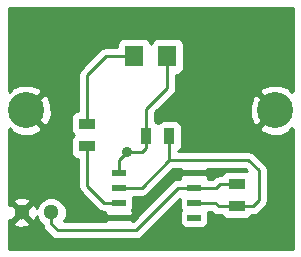
<source format=gtl>
G04 (created by PCBNEW (2013-07-07 BZR 4022)-stable) date 2/02/2014 9:55:01 p.m.*
%MOIN*%
G04 Gerber Fmt 3.4, Leading zero omitted, Abs format*
%FSLAX34Y34*%
G01*
G70*
G90*
G04 APERTURE LIST*
%ADD10C,0.00590551*%
%ADD11R,0.045X0.02*%
%ADD12R,0.0629X0.0709*%
%ADD13C,0.0511811*%
%ADD14C,0.12*%
%ADD15R,0.035X0.055*%
%ADD16R,0.055X0.035*%
%ADD17C,0.035*%
%ADD18C,0.01*%
G04 APERTURE END LIST*
G54D10*
G54D11*
X62549Y-40273D03*
X62549Y-40773D03*
X62549Y-41273D03*
X62549Y-41773D03*
X60049Y-41773D03*
X60049Y-41273D03*
X60049Y-40773D03*
X60049Y-40273D03*
G54D12*
X60541Y-36400D03*
X61659Y-36400D03*
G54D13*
X56807Y-41600D03*
X57792Y-41600D03*
G54D14*
X65257Y-38188D03*
X56947Y-38188D03*
G54D15*
X61713Y-39055D03*
X60963Y-39055D03*
G54D16*
X63976Y-40648D03*
X63976Y-41398D03*
X58976Y-39390D03*
X58976Y-38640D03*
G54D17*
X60300Y-39600D03*
G54D18*
X62549Y-40773D02*
X62026Y-40773D01*
X57792Y-41992D02*
X57792Y-41600D01*
X58000Y-42200D02*
X57792Y-41992D01*
X60600Y-42200D02*
X58000Y-42200D01*
X62026Y-40773D02*
X60600Y-42200D01*
X63976Y-40648D02*
X63406Y-40648D01*
X63281Y-40773D02*
X62549Y-40773D01*
X63406Y-40648D02*
X63281Y-40773D01*
X63976Y-41398D02*
X64501Y-41398D01*
X64361Y-39861D02*
X61713Y-39861D01*
X64700Y-40200D02*
X64361Y-39861D01*
X64700Y-41200D02*
X64700Y-40200D01*
X64501Y-41398D02*
X64700Y-41200D01*
X61713Y-39055D02*
X61713Y-39861D01*
X61713Y-39861D02*
X60801Y-40773D01*
X60700Y-40773D02*
X60049Y-40773D01*
X60801Y-40773D02*
X60700Y-40773D01*
X63976Y-41398D02*
X63367Y-41398D01*
X63242Y-41273D02*
X62549Y-41273D01*
X63367Y-41398D02*
X63242Y-41273D01*
X60963Y-39055D02*
X60963Y-39436D01*
X60049Y-39850D02*
X60049Y-40273D01*
X60049Y-39850D02*
X60300Y-39600D01*
X60800Y-39600D02*
X60300Y-39600D01*
X60963Y-39436D02*
X60800Y-39600D01*
X61659Y-36400D02*
X61659Y-37441D01*
X60963Y-38136D02*
X60963Y-39055D01*
X61659Y-37441D02*
X60963Y-38136D01*
X60049Y-41273D02*
X59541Y-41273D01*
X58976Y-40708D02*
X58976Y-39390D01*
X59541Y-41273D02*
X58976Y-40708D01*
X58976Y-38640D02*
X58976Y-37023D01*
X59600Y-36400D02*
X60541Y-36400D01*
X58976Y-37023D02*
X59600Y-36400D01*
G54D10*
G36*
X65830Y-42830D02*
X65789Y-42830D01*
X65000Y-42830D01*
X65000Y-41200D01*
X65000Y-40200D01*
X64999Y-40199D01*
X64977Y-40085D01*
X64912Y-39987D01*
X64912Y-39987D01*
X64573Y-39649D01*
X64476Y-39584D01*
X64361Y-39561D01*
X62013Y-39561D01*
X62013Y-39548D01*
X62030Y-39542D01*
X62100Y-39471D01*
X62138Y-39380D01*
X62138Y-39280D01*
X62138Y-38730D01*
X62100Y-38638D01*
X62030Y-38568D01*
X61938Y-38530D01*
X61839Y-38530D01*
X61489Y-38530D01*
X61397Y-38568D01*
X61338Y-38626D01*
X61280Y-38568D01*
X61263Y-38561D01*
X61263Y-38260D01*
X61871Y-37653D01*
X61871Y-37653D01*
X61936Y-37555D01*
X61958Y-37441D01*
X61959Y-37441D01*
X61959Y-37004D01*
X62023Y-37004D01*
X62114Y-36966D01*
X62185Y-36896D01*
X62223Y-36804D01*
X62223Y-36704D01*
X62223Y-35995D01*
X62185Y-35904D01*
X62115Y-35833D01*
X62023Y-35795D01*
X61923Y-35795D01*
X61294Y-35795D01*
X61203Y-35833D01*
X61132Y-35903D01*
X61099Y-35982D01*
X61067Y-35904D01*
X60997Y-35833D01*
X60905Y-35795D01*
X60805Y-35795D01*
X60176Y-35795D01*
X60085Y-35833D01*
X60014Y-35903D01*
X59976Y-35995D01*
X59976Y-36095D01*
X59976Y-36100D01*
X59600Y-36100D01*
X59485Y-36122D01*
X59387Y-36187D01*
X58764Y-36811D01*
X58699Y-36908D01*
X58676Y-37023D01*
X58676Y-38215D01*
X58651Y-38215D01*
X58559Y-38253D01*
X58489Y-38323D01*
X58451Y-38415D01*
X58451Y-38515D01*
X58451Y-38865D01*
X58489Y-38957D01*
X58547Y-39015D01*
X58489Y-39073D01*
X58451Y-39165D01*
X58451Y-39265D01*
X58451Y-39615D01*
X58489Y-39707D01*
X58559Y-39777D01*
X58651Y-39815D01*
X58676Y-39815D01*
X58676Y-40708D01*
X58699Y-40823D01*
X58764Y-40920D01*
X59329Y-41485D01*
X59329Y-41485D01*
X59426Y-41550D01*
X59541Y-41573D01*
X59595Y-41573D01*
X59574Y-41624D01*
X59574Y-41661D01*
X59636Y-41723D01*
X59999Y-41723D01*
X59999Y-41715D01*
X60099Y-41715D01*
X60099Y-41723D01*
X60461Y-41723D01*
X60524Y-41661D01*
X60524Y-41624D01*
X60486Y-41532D01*
X60477Y-41523D01*
X60486Y-41515D01*
X60524Y-41423D01*
X60524Y-41324D01*
X60524Y-41124D01*
X60503Y-41073D01*
X60700Y-41073D01*
X60801Y-41073D01*
X60801Y-41073D01*
X60915Y-41050D01*
X60915Y-41050D01*
X61013Y-40985D01*
X61837Y-40161D01*
X62074Y-40161D01*
X62136Y-40223D01*
X62499Y-40223D01*
X62499Y-40215D01*
X62599Y-40215D01*
X62599Y-40223D01*
X62961Y-40223D01*
X63024Y-40161D01*
X64236Y-40161D01*
X64299Y-40223D01*
X64201Y-40223D01*
X63651Y-40223D01*
X63559Y-40261D01*
X63489Y-40331D01*
X63482Y-40348D01*
X63406Y-40348D01*
X63291Y-40371D01*
X63194Y-40436D01*
X63157Y-40473D01*
X63003Y-40473D01*
X63024Y-40423D01*
X63024Y-40386D01*
X62961Y-40323D01*
X62599Y-40323D01*
X62599Y-40331D01*
X62499Y-40331D01*
X62499Y-40323D01*
X62136Y-40323D01*
X62074Y-40386D01*
X62074Y-40423D01*
X62095Y-40473D01*
X62026Y-40473D01*
X61911Y-40496D01*
X61814Y-40561D01*
X60506Y-41868D01*
X60461Y-41823D01*
X60099Y-41823D01*
X60099Y-41831D01*
X59999Y-41831D01*
X59999Y-41823D01*
X59636Y-41823D01*
X59574Y-41886D01*
X59574Y-41900D01*
X58207Y-41900D01*
X58220Y-41886D01*
X58297Y-41701D01*
X58298Y-41499D01*
X58221Y-41313D01*
X58079Y-41171D01*
X57893Y-41094D01*
X57800Y-41094D01*
X57800Y-38342D01*
X57794Y-38004D01*
X57676Y-37720D01*
X57550Y-37656D01*
X57479Y-37727D01*
X57018Y-38188D01*
X57550Y-38721D01*
X57676Y-38657D01*
X57800Y-38342D01*
X57800Y-41094D01*
X57691Y-41094D01*
X57505Y-41170D01*
X57479Y-41197D01*
X57363Y-41313D01*
X57302Y-41459D01*
X57252Y-41338D01*
X57161Y-41316D01*
X57091Y-41387D01*
X57091Y-41246D01*
X57069Y-41155D01*
X56879Y-41089D01*
X56678Y-41100D01*
X56546Y-41155D01*
X56524Y-41246D01*
X56807Y-41529D01*
X57091Y-41246D01*
X57091Y-41387D01*
X56878Y-41600D01*
X57161Y-41883D01*
X57252Y-41861D01*
X57298Y-41729D01*
X57362Y-41886D01*
X57497Y-42021D01*
X57514Y-42106D01*
X57579Y-42204D01*
X57787Y-42412D01*
X57787Y-42412D01*
X57885Y-42477D01*
X57999Y-42499D01*
X58000Y-42500D01*
X60600Y-42500D01*
X60600Y-42499D01*
X60714Y-42477D01*
X60714Y-42477D01*
X60812Y-42412D01*
X62074Y-41150D01*
X62074Y-41223D01*
X62074Y-41423D01*
X62112Y-41515D01*
X62120Y-41523D01*
X62112Y-41531D01*
X62074Y-41623D01*
X62074Y-41723D01*
X62074Y-41923D01*
X62112Y-42015D01*
X62182Y-42085D01*
X62274Y-42123D01*
X62373Y-42123D01*
X62823Y-42123D01*
X62915Y-42085D01*
X62986Y-42015D01*
X63024Y-41923D01*
X63024Y-41824D01*
X63024Y-41624D01*
X63003Y-41573D01*
X63117Y-41573D01*
X63154Y-41610D01*
X63154Y-41610D01*
X63252Y-41675D01*
X63367Y-41698D01*
X63367Y-41698D01*
X63482Y-41698D01*
X63489Y-41715D01*
X63559Y-41785D01*
X63651Y-41823D01*
X63750Y-41823D01*
X64300Y-41823D01*
X64392Y-41785D01*
X64463Y-41715D01*
X64470Y-41698D01*
X64501Y-41698D01*
X64501Y-41698D01*
X64616Y-41675D01*
X64616Y-41675D01*
X64713Y-41610D01*
X64912Y-41412D01*
X64912Y-41412D01*
X64977Y-41314D01*
X64999Y-41200D01*
X65000Y-41200D01*
X65000Y-42830D01*
X57091Y-42830D01*
X57091Y-41953D01*
X56807Y-41670D01*
X56524Y-41953D01*
X56546Y-42044D01*
X56736Y-42110D01*
X56937Y-42099D01*
X57069Y-42044D01*
X57091Y-41953D01*
X57091Y-42830D01*
X56369Y-42830D01*
X56369Y-41862D01*
X56453Y-41883D01*
X56737Y-41600D01*
X56453Y-41316D01*
X56369Y-41337D01*
X56369Y-38835D01*
X56370Y-38836D01*
X56415Y-38791D01*
X56479Y-38918D01*
X56794Y-39041D01*
X57132Y-39035D01*
X57415Y-38918D01*
X57479Y-38791D01*
X56947Y-38259D01*
X56941Y-38265D01*
X56871Y-38194D01*
X56876Y-38188D01*
X56871Y-38183D01*
X56941Y-38112D01*
X56947Y-38118D01*
X57479Y-37586D01*
X57415Y-37459D01*
X57100Y-37336D01*
X56762Y-37342D01*
X56479Y-37459D01*
X56415Y-37586D01*
X56370Y-37541D01*
X56369Y-37542D01*
X56369Y-34769D01*
X65830Y-34769D01*
X65830Y-37545D01*
X65789Y-37586D01*
X65725Y-37459D01*
X65410Y-37336D01*
X65072Y-37342D01*
X64789Y-37459D01*
X64725Y-37586D01*
X65257Y-38118D01*
X65262Y-38112D01*
X65333Y-38183D01*
X65328Y-38188D01*
X65333Y-38194D01*
X65262Y-38265D01*
X65257Y-38259D01*
X65186Y-38330D01*
X65186Y-38188D01*
X64654Y-37656D01*
X64528Y-37720D01*
X64404Y-38035D01*
X64410Y-38373D01*
X64528Y-38657D01*
X64654Y-38721D01*
X65186Y-38188D01*
X65186Y-38330D01*
X64725Y-38791D01*
X64789Y-38918D01*
X65104Y-39041D01*
X65442Y-39035D01*
X65725Y-38918D01*
X65789Y-38791D01*
X65789Y-38791D01*
X65830Y-38832D01*
X65830Y-42830D01*
X65830Y-42830D01*
G37*
G54D18*
X65830Y-42830D02*
X65789Y-42830D01*
X65000Y-42830D01*
X65000Y-41200D01*
X65000Y-40200D01*
X64999Y-40199D01*
X64977Y-40085D01*
X64912Y-39987D01*
X64912Y-39987D01*
X64573Y-39649D01*
X64476Y-39584D01*
X64361Y-39561D01*
X62013Y-39561D01*
X62013Y-39548D01*
X62030Y-39542D01*
X62100Y-39471D01*
X62138Y-39380D01*
X62138Y-39280D01*
X62138Y-38730D01*
X62100Y-38638D01*
X62030Y-38568D01*
X61938Y-38530D01*
X61839Y-38530D01*
X61489Y-38530D01*
X61397Y-38568D01*
X61338Y-38626D01*
X61280Y-38568D01*
X61263Y-38561D01*
X61263Y-38260D01*
X61871Y-37653D01*
X61871Y-37653D01*
X61936Y-37555D01*
X61958Y-37441D01*
X61959Y-37441D01*
X61959Y-37004D01*
X62023Y-37004D01*
X62114Y-36966D01*
X62185Y-36896D01*
X62223Y-36804D01*
X62223Y-36704D01*
X62223Y-35995D01*
X62185Y-35904D01*
X62115Y-35833D01*
X62023Y-35795D01*
X61923Y-35795D01*
X61294Y-35795D01*
X61203Y-35833D01*
X61132Y-35903D01*
X61099Y-35982D01*
X61067Y-35904D01*
X60997Y-35833D01*
X60905Y-35795D01*
X60805Y-35795D01*
X60176Y-35795D01*
X60085Y-35833D01*
X60014Y-35903D01*
X59976Y-35995D01*
X59976Y-36095D01*
X59976Y-36100D01*
X59600Y-36100D01*
X59485Y-36122D01*
X59387Y-36187D01*
X58764Y-36811D01*
X58699Y-36908D01*
X58676Y-37023D01*
X58676Y-38215D01*
X58651Y-38215D01*
X58559Y-38253D01*
X58489Y-38323D01*
X58451Y-38415D01*
X58451Y-38515D01*
X58451Y-38865D01*
X58489Y-38957D01*
X58547Y-39015D01*
X58489Y-39073D01*
X58451Y-39165D01*
X58451Y-39265D01*
X58451Y-39615D01*
X58489Y-39707D01*
X58559Y-39777D01*
X58651Y-39815D01*
X58676Y-39815D01*
X58676Y-40708D01*
X58699Y-40823D01*
X58764Y-40920D01*
X59329Y-41485D01*
X59329Y-41485D01*
X59426Y-41550D01*
X59541Y-41573D01*
X59595Y-41573D01*
X59574Y-41624D01*
X59574Y-41661D01*
X59636Y-41723D01*
X59999Y-41723D01*
X59999Y-41715D01*
X60099Y-41715D01*
X60099Y-41723D01*
X60461Y-41723D01*
X60524Y-41661D01*
X60524Y-41624D01*
X60486Y-41532D01*
X60477Y-41523D01*
X60486Y-41515D01*
X60524Y-41423D01*
X60524Y-41324D01*
X60524Y-41124D01*
X60503Y-41073D01*
X60700Y-41073D01*
X60801Y-41073D01*
X60801Y-41073D01*
X60915Y-41050D01*
X60915Y-41050D01*
X61013Y-40985D01*
X61837Y-40161D01*
X62074Y-40161D01*
X62136Y-40223D01*
X62499Y-40223D01*
X62499Y-40215D01*
X62599Y-40215D01*
X62599Y-40223D01*
X62961Y-40223D01*
X63024Y-40161D01*
X64236Y-40161D01*
X64299Y-40223D01*
X64201Y-40223D01*
X63651Y-40223D01*
X63559Y-40261D01*
X63489Y-40331D01*
X63482Y-40348D01*
X63406Y-40348D01*
X63291Y-40371D01*
X63194Y-40436D01*
X63157Y-40473D01*
X63003Y-40473D01*
X63024Y-40423D01*
X63024Y-40386D01*
X62961Y-40323D01*
X62599Y-40323D01*
X62599Y-40331D01*
X62499Y-40331D01*
X62499Y-40323D01*
X62136Y-40323D01*
X62074Y-40386D01*
X62074Y-40423D01*
X62095Y-40473D01*
X62026Y-40473D01*
X61911Y-40496D01*
X61814Y-40561D01*
X60506Y-41868D01*
X60461Y-41823D01*
X60099Y-41823D01*
X60099Y-41831D01*
X59999Y-41831D01*
X59999Y-41823D01*
X59636Y-41823D01*
X59574Y-41886D01*
X59574Y-41900D01*
X58207Y-41900D01*
X58220Y-41886D01*
X58297Y-41701D01*
X58298Y-41499D01*
X58221Y-41313D01*
X58079Y-41171D01*
X57893Y-41094D01*
X57800Y-41094D01*
X57800Y-38342D01*
X57794Y-38004D01*
X57676Y-37720D01*
X57550Y-37656D01*
X57479Y-37727D01*
X57018Y-38188D01*
X57550Y-38721D01*
X57676Y-38657D01*
X57800Y-38342D01*
X57800Y-41094D01*
X57691Y-41094D01*
X57505Y-41170D01*
X57479Y-41197D01*
X57363Y-41313D01*
X57302Y-41459D01*
X57252Y-41338D01*
X57161Y-41316D01*
X57091Y-41387D01*
X57091Y-41246D01*
X57069Y-41155D01*
X56879Y-41089D01*
X56678Y-41100D01*
X56546Y-41155D01*
X56524Y-41246D01*
X56807Y-41529D01*
X57091Y-41246D01*
X57091Y-41387D01*
X56878Y-41600D01*
X57161Y-41883D01*
X57252Y-41861D01*
X57298Y-41729D01*
X57362Y-41886D01*
X57497Y-42021D01*
X57514Y-42106D01*
X57579Y-42204D01*
X57787Y-42412D01*
X57787Y-42412D01*
X57885Y-42477D01*
X57999Y-42499D01*
X58000Y-42500D01*
X60600Y-42500D01*
X60600Y-42499D01*
X60714Y-42477D01*
X60714Y-42477D01*
X60812Y-42412D01*
X62074Y-41150D01*
X62074Y-41223D01*
X62074Y-41423D01*
X62112Y-41515D01*
X62120Y-41523D01*
X62112Y-41531D01*
X62074Y-41623D01*
X62074Y-41723D01*
X62074Y-41923D01*
X62112Y-42015D01*
X62182Y-42085D01*
X62274Y-42123D01*
X62373Y-42123D01*
X62823Y-42123D01*
X62915Y-42085D01*
X62986Y-42015D01*
X63024Y-41923D01*
X63024Y-41824D01*
X63024Y-41624D01*
X63003Y-41573D01*
X63117Y-41573D01*
X63154Y-41610D01*
X63154Y-41610D01*
X63252Y-41675D01*
X63367Y-41698D01*
X63367Y-41698D01*
X63482Y-41698D01*
X63489Y-41715D01*
X63559Y-41785D01*
X63651Y-41823D01*
X63750Y-41823D01*
X64300Y-41823D01*
X64392Y-41785D01*
X64463Y-41715D01*
X64470Y-41698D01*
X64501Y-41698D01*
X64501Y-41698D01*
X64616Y-41675D01*
X64616Y-41675D01*
X64713Y-41610D01*
X64912Y-41412D01*
X64912Y-41412D01*
X64977Y-41314D01*
X64999Y-41200D01*
X65000Y-41200D01*
X65000Y-42830D01*
X57091Y-42830D01*
X57091Y-41953D01*
X56807Y-41670D01*
X56524Y-41953D01*
X56546Y-42044D01*
X56736Y-42110D01*
X56937Y-42099D01*
X57069Y-42044D01*
X57091Y-41953D01*
X57091Y-42830D01*
X56369Y-42830D01*
X56369Y-41862D01*
X56453Y-41883D01*
X56737Y-41600D01*
X56453Y-41316D01*
X56369Y-41337D01*
X56369Y-38835D01*
X56370Y-38836D01*
X56415Y-38791D01*
X56479Y-38918D01*
X56794Y-39041D01*
X57132Y-39035D01*
X57415Y-38918D01*
X57479Y-38791D01*
X56947Y-38259D01*
X56941Y-38265D01*
X56871Y-38194D01*
X56876Y-38188D01*
X56871Y-38183D01*
X56941Y-38112D01*
X56947Y-38118D01*
X57479Y-37586D01*
X57415Y-37459D01*
X57100Y-37336D01*
X56762Y-37342D01*
X56479Y-37459D01*
X56415Y-37586D01*
X56370Y-37541D01*
X56369Y-37542D01*
X56369Y-34769D01*
X65830Y-34769D01*
X65830Y-37545D01*
X65789Y-37586D01*
X65725Y-37459D01*
X65410Y-37336D01*
X65072Y-37342D01*
X64789Y-37459D01*
X64725Y-37586D01*
X65257Y-38118D01*
X65262Y-38112D01*
X65333Y-38183D01*
X65328Y-38188D01*
X65333Y-38194D01*
X65262Y-38265D01*
X65257Y-38259D01*
X65186Y-38330D01*
X65186Y-38188D01*
X64654Y-37656D01*
X64528Y-37720D01*
X64404Y-38035D01*
X64410Y-38373D01*
X64528Y-38657D01*
X64654Y-38721D01*
X65186Y-38188D01*
X65186Y-38330D01*
X64725Y-38791D01*
X64789Y-38918D01*
X65104Y-39041D01*
X65442Y-39035D01*
X65725Y-38918D01*
X65789Y-38791D01*
X65789Y-38791D01*
X65830Y-38832D01*
X65830Y-42830D01*
M02*

</source>
